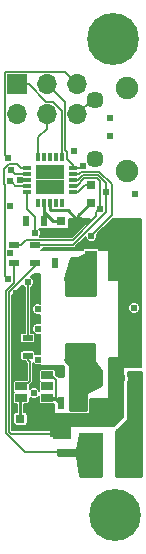
<source format=gbl>
G04 #@! TF.FileFunction,Copper,L4,Bot,Signal*
%FSLAX46Y46*%
G04 Gerber Fmt 4.6, Leading zero omitted, Abs format (unit mm)*
G04 Created by KiCad (PCBNEW 4.0.7) date Wednesday, October 18, 2017 'PMt' 08:17:54 PM*
%MOMM*%
%LPD*%
G01*
G04 APERTURE LIST*
%ADD10C,0.150000*%
%ADD11C,4.400000*%
%ADD12R,1.700000X1.700000*%
%ADD13O,1.700000X1.700000*%
%ADD14R,1.000000X1.600000*%
%ADD15R,0.800000X0.750000*%
%ADD16R,0.900000X1.200000*%
%ADD17C,1.450000*%
%ADD18C,1.899920*%
%ADD19R,2.400000X1.500000*%
%ADD20R,0.500000X1.000000*%
%ADD21R,0.500000X0.900000*%
%ADD22R,0.900000X0.500000*%
%ADD23R,0.730000X0.300000*%
%ADD24R,0.300000X0.730000*%
%ADD25R,1.250000X1.250000*%
%ADD26R,1.060000X0.650000*%
%ADD27R,0.750000X0.800000*%
%ADD28R,2.000000X3.800000*%
%ADD29C,0.609600*%
%ADD30C,0.127000*%
%ADD31C,0.254000*%
%ADD32C,0.203200*%
G04 APERTURE END LIST*
D10*
D11*
X133350000Y-116586000D03*
D12*
X125095000Y-80137000D03*
D13*
X125095000Y-82677000D03*
X127635000Y-80137000D03*
X127635000Y-82677000D03*
X130175000Y-80137000D03*
X130175000Y-82677000D03*
D14*
X131342000Y-94996000D03*
X134342000Y-94996000D03*
X135001000Y-107569000D03*
X132001000Y-107569000D03*
D15*
X128778000Y-91694000D03*
X130278000Y-91694000D03*
X125373000Y-108458000D03*
X126873000Y-108458000D03*
D16*
X135127000Y-105029000D03*
X131827000Y-105029000D03*
D17*
X131655663Y-86451407D03*
X131655663Y-81451407D03*
D18*
X134355663Y-87451407D03*
X134355663Y-80451407D03*
D19*
X130413606Y-102780738D03*
X130413606Y-97280738D03*
D20*
X130744000Y-104466000D03*
X130744000Y-107116000D03*
X129794000Y-104466000D03*
X129794000Y-107116000D03*
X128844000Y-104466000D03*
X128844000Y-107116000D03*
D21*
X125881000Y-91694000D03*
X127381000Y-91694000D03*
D22*
X128905000Y-111252000D03*
X128905000Y-109752000D03*
X125984000Y-101612000D03*
X125984000Y-103112000D03*
D21*
X128294000Y-95250000D03*
X129794000Y-95250000D03*
D23*
X129844000Y-87224200D03*
X129844000Y-87724200D03*
X129844000Y-88224200D03*
X129844000Y-88724200D03*
X129844000Y-89224200D03*
D24*
X128879000Y-90189200D03*
X128379000Y-90189200D03*
X127879000Y-90189200D03*
X127379000Y-90189200D03*
X126879000Y-90189200D03*
D23*
X125914000Y-89224200D03*
X125914000Y-88724200D03*
X125914000Y-88224200D03*
X125914000Y-87724200D03*
X125914000Y-87224200D03*
D24*
X126879000Y-86259200D03*
X127379000Y-86259200D03*
X127879000Y-86259200D03*
X128379000Y-86259200D03*
X128879000Y-86259200D03*
D25*
X127254000Y-88849200D03*
X127254000Y-87599200D03*
X128504000Y-88849200D03*
X128504000Y-87599200D03*
D26*
X125448985Y-106657519D03*
X125448985Y-105707519D03*
X125448985Y-104757519D03*
X127648985Y-104757519D03*
X127648985Y-106657519D03*
X127648985Y-105707519D03*
D22*
X124841000Y-93738000D03*
X124841000Y-95238000D03*
X126619000Y-93738000D03*
X126619000Y-95238000D03*
D27*
X131318000Y-90158000D03*
X131318000Y-88658000D03*
D28*
X134366000Y-111506000D03*
X131318000Y-111506000D03*
D11*
X133223000Y-76327000D03*
D29*
X127263367Y-88884834D03*
X127263367Y-87595849D03*
X128528915Y-87619285D03*
X128528915Y-88849680D03*
X129862490Y-85794952D03*
X135001000Y-99060000D03*
X126873000Y-99187000D03*
X126858953Y-100827831D03*
X124523511Y-94419812D03*
X124523511Y-90402000D03*
X135091000Y-89386000D03*
X135091000Y-92986000D03*
X133350000Y-94754700D03*
X130278000Y-91694000D03*
X133985000Y-105029000D03*
X126873000Y-108839000D03*
X124968000Y-97802000D03*
X126873000Y-97687000D03*
X128844000Y-104466000D03*
X128143000Y-109728000D03*
X128905000Y-109220000D03*
X128905000Y-109752000D03*
X132001000Y-107569000D03*
X125448985Y-104757519D03*
X132984063Y-84514607D03*
X132984063Y-82990607D03*
X135128000Y-107569000D03*
X128294000Y-95250000D03*
X126492000Y-106299000D03*
X128778000Y-91694000D03*
X127381000Y-91694000D03*
X125095000Y-82677000D03*
X126858953Y-103447831D03*
X125448985Y-106657519D03*
X126619000Y-92748100D03*
X130644528Y-87013368D03*
X125296101Y-88224195D03*
X124311738Y-86351516D03*
X125881000Y-91694000D03*
X124492261Y-88281444D03*
X124611997Y-87411050D03*
X131374011Y-92969426D03*
X124333000Y-96647000D03*
X125984000Y-96901000D03*
X132106450Y-90682583D03*
X132606626Y-89281000D03*
D30*
X127281356Y-87613838D02*
X127263367Y-87595849D01*
X127379000Y-87613838D02*
X127281356Y-87613838D01*
X128507164Y-87597534D02*
X128528915Y-87619285D01*
X128379000Y-87597534D02*
X128507164Y-87597534D01*
X128143000Y-109728000D02*
X124552048Y-109728000D01*
X124552048Y-109728000D02*
X124388580Y-109564532D01*
X124388580Y-109564532D02*
X124388580Y-97761836D01*
X124388580Y-97761836D02*
X126619000Y-95531416D01*
X126619000Y-95531416D02*
X126619000Y-95238000D01*
D31*
X130278000Y-91694000D02*
X130278000Y-91198000D01*
X130278000Y-91198000D02*
X131318000Y-90158000D01*
X130278000Y-91694000D02*
X130253000Y-91694000D01*
X130253000Y-91694000D02*
X129367210Y-90808210D01*
X129367210Y-90808210D02*
X127879010Y-90808210D01*
X127879010Y-90808210D02*
X127879000Y-90808200D01*
X127879000Y-90808200D02*
X127879000Y-90189200D01*
D30*
X130175000Y-82677000D02*
X131400593Y-81451407D01*
X131400593Y-81451407D02*
X131655663Y-81451407D01*
D31*
X126873000Y-108458000D02*
X126873000Y-108839000D01*
X128905000Y-109752000D02*
X128167000Y-109752000D01*
X128167000Y-109752000D02*
X128143000Y-109728000D01*
X128905000Y-109752000D02*
X128905000Y-109220000D01*
X128778000Y-91694000D02*
X128124000Y-91694000D01*
X128124000Y-91694000D02*
X127379000Y-90949000D01*
X127379000Y-90949000D02*
X127379000Y-90189200D01*
X127381000Y-91694000D02*
X127381000Y-90191200D01*
X127381000Y-90191200D02*
X127379000Y-90189200D01*
X125373000Y-108458000D02*
X125373000Y-106733504D01*
X125373000Y-106733504D02*
X125448985Y-106657519D01*
D30*
X125914000Y-89224200D02*
X125914000Y-90684098D01*
X125914000Y-90684098D02*
X126619000Y-91389098D01*
X126619000Y-91389098D02*
X126619000Y-92748100D01*
X125095000Y-80137000D02*
X126072000Y-80137000D01*
X126072000Y-80137000D02*
X127571499Y-81636499D01*
X127571499Y-81636499D02*
X128134441Y-81636499D01*
X128134441Y-81636499D02*
X128879000Y-82381058D01*
X128879000Y-82381058D02*
X128879000Y-86259200D01*
X130433696Y-87224200D02*
X130644528Y-87013368D01*
X129844000Y-87224200D02*
X130433696Y-87224200D01*
X129844000Y-86947200D02*
X129844000Y-87224200D01*
X127635000Y-80137000D02*
X129134499Y-81636499D01*
X129134499Y-81636499D02*
X129134499Y-85703699D01*
X129134499Y-85703699D02*
X129315344Y-85884544D01*
X129315344Y-85884544D02*
X129315344Y-86418544D01*
X129315344Y-86418544D02*
X129844000Y-86947200D01*
X127635000Y-82677000D02*
X127635000Y-83879081D01*
X127635000Y-83879081D02*
X126879000Y-84635081D01*
X126879000Y-84635081D02*
X126879000Y-86259200D01*
X125914000Y-88224200D02*
X125296106Y-88224200D01*
X125296106Y-88224200D02*
X125296101Y-88224195D01*
X124083139Y-86122917D02*
X124311738Y-86351516D01*
X124053317Y-86093095D02*
X124083139Y-86122917D01*
X124053317Y-79135781D02*
X124053317Y-86093095D01*
X129134499Y-79096499D02*
X124092599Y-79096499D01*
X124092599Y-79096499D02*
X124053317Y-79135781D01*
X130175000Y-80137000D02*
X129134499Y-79096499D01*
X125857000Y-91718000D02*
X125881000Y-91694000D01*
X124841000Y-95615000D02*
X124841000Y-95238000D01*
X124841000Y-96950192D02*
X124841000Y-95615000D01*
X124134569Y-97656622D02*
X124841000Y-96950192D01*
X125716824Y-111252000D02*
X124134569Y-109669746D01*
X128905000Y-111252000D02*
X125716824Y-111252000D01*
X124134569Y-109669746D02*
X124134569Y-97656622D01*
D31*
X131064000Y-111252000D02*
X131318000Y-111506000D01*
D32*
X127648985Y-104757519D02*
X127965467Y-104757519D01*
X127965467Y-104757519D02*
X128407586Y-105199638D01*
X128407586Y-105199638D02*
X128407586Y-106632118D01*
X128407586Y-106632118D02*
X128382185Y-106657519D01*
X128382185Y-106657519D02*
X127648985Y-106657519D01*
D31*
X128844000Y-107116000D02*
X128704129Y-107116000D01*
X128704129Y-107116000D02*
X128372648Y-106784519D01*
X128372648Y-106784519D02*
X127521985Y-106784519D01*
D32*
X127648985Y-106657519D02*
X128028386Y-106657519D01*
D30*
X124797060Y-88586243D02*
X124492261Y-88281444D01*
X124935017Y-88724200D02*
X124797060Y-88586243D01*
X125914000Y-88724200D02*
X124935017Y-88724200D01*
X124916796Y-87715849D02*
X124611997Y-87411050D01*
X124925147Y-87724200D02*
X124916796Y-87715849D01*
X125914000Y-87724200D02*
X124925147Y-87724200D01*
X132055831Y-87559481D02*
X133101928Y-88605578D01*
X131678810Y-92664627D02*
X131374011Y-92969426D01*
X130500719Y-87559481D02*
X132055831Y-87559481D01*
X130336000Y-87724200D02*
X130500719Y-87559481D01*
X133101928Y-91241509D02*
X131678810Y-92664627D01*
X133101928Y-88605578D02*
X133101928Y-91241509D01*
X129844000Y-87724200D02*
X130336000Y-87724200D01*
X125113548Y-86915748D02*
X124403222Y-86915748D01*
X125422000Y-87224200D02*
X125113548Y-86915748D01*
X124403222Y-86915748D02*
X123996960Y-87322010D01*
X125914000Y-87224200D02*
X125422000Y-87224200D01*
X124022944Y-96336944D02*
X124028201Y-96342201D01*
X124022944Y-88637281D02*
X124022944Y-96336944D01*
X123996960Y-88611297D02*
X124022944Y-88637281D01*
X124028201Y-96342201D02*
X124333000Y-96647000D01*
X123996960Y-87322010D02*
X123996960Y-88611297D01*
X125984000Y-96901000D02*
X125984000Y-101612000D01*
X125448985Y-105707519D02*
X125696887Y-105707519D01*
X125696887Y-105707519D02*
X126169486Y-105234920D01*
X126169486Y-105234920D02*
X126169486Y-103674486D01*
X126169486Y-103674486D02*
X125984000Y-103489000D01*
X125984000Y-103489000D02*
X125984000Y-103112000D01*
X125448985Y-105707519D02*
X125243985Y-105707519D01*
X132106450Y-90251531D02*
X132106450Y-90682583D01*
X132106450Y-88328548D02*
X132106450Y-90251531D01*
X131845401Y-88067499D02*
X132106450Y-88328548D01*
X130790599Y-88067499D02*
X131845401Y-88067499D01*
X129844000Y-88724200D02*
X130133898Y-88724200D01*
X131801651Y-90987382D02*
X132106450Y-90682583D01*
X125418000Y-93738000D02*
X125868404Y-93287596D01*
X130133898Y-88724200D02*
X130790599Y-88067499D01*
X125868404Y-93287596D02*
X129802306Y-93287596D01*
X124841000Y-93738000D02*
X125418000Y-93738000D01*
X129802306Y-93287596D02*
X131801651Y-91288251D01*
X131801651Y-91288251D02*
X131801651Y-90987382D01*
X132606626Y-90946705D02*
X132606626Y-89712052D01*
X129815331Y-93738000D02*
X132606626Y-90946705D01*
X132606626Y-89712052D02*
X132606626Y-89281000D01*
X126619000Y-93738000D02*
X129815331Y-93738000D01*
X129844000Y-88224200D02*
X130274674Y-88224200D01*
X132606626Y-88849948D02*
X132606626Y-89281000D01*
X130685385Y-87813489D02*
X131950616Y-87813490D01*
X132606626Y-88469500D02*
X132606626Y-88849948D01*
X131950616Y-87813490D02*
X132606626Y-88469500D01*
X130274674Y-88224200D02*
X130685385Y-87813489D01*
X131318000Y-88658000D02*
X130816000Y-88658000D01*
X130816000Y-88658000D02*
X130249800Y-89224200D01*
X130249800Y-89224200D02*
X129844000Y-89224200D01*
G36*
X135572500Y-104076500D02*
X134112000Y-104076500D01*
X134087295Y-104081503D01*
X134066483Y-104095723D01*
X134052843Y-104116920D01*
X134048500Y-104140000D01*
X134048500Y-108304698D01*
X133323698Y-109029500D01*
X129667000Y-109029500D01*
X129642295Y-109034503D01*
X129621483Y-109048723D01*
X129607843Y-109069920D01*
X129603500Y-109093000D01*
X129603500Y-110045500D01*
X128206500Y-110045500D01*
X128206500Y-109474000D01*
X128201497Y-109449295D01*
X128187277Y-109428483D01*
X128166080Y-109414843D01*
X128143000Y-109410500D01*
X124650500Y-109410500D01*
X124650500Y-98070302D01*
X125556768Y-97164034D01*
X125563860Y-97181199D01*
X125703068Y-97320650D01*
X125730000Y-97331833D01*
X125730000Y-101167768D01*
X125534000Y-101167768D01*
X125463405Y-101181051D01*
X125398568Y-101222773D01*
X125355071Y-101286433D01*
X125339768Y-101362000D01*
X125339768Y-101862000D01*
X125353051Y-101932595D01*
X125394773Y-101997432D01*
X125458433Y-102040929D01*
X125534000Y-102056232D01*
X126434000Y-102056232D01*
X126504595Y-102042949D01*
X126569432Y-102001227D01*
X126612929Y-101937567D01*
X126628232Y-101862000D01*
X126628232Y-101362000D01*
X126614949Y-101291405D01*
X126589843Y-101252390D01*
X126759999Y-101323045D01*
X126957042Y-101323217D01*
X127063500Y-101279230D01*
X127063500Y-102996463D01*
X126957907Y-102952617D01*
X126760864Y-102952445D01*
X126628232Y-103007247D01*
X126628232Y-102862000D01*
X126614949Y-102791405D01*
X126573227Y-102726568D01*
X126509567Y-102683071D01*
X126434000Y-102667768D01*
X125534000Y-102667768D01*
X125463405Y-102681051D01*
X125398568Y-102722773D01*
X125355071Y-102786433D01*
X125339768Y-102862000D01*
X125339768Y-103362000D01*
X125353051Y-103432595D01*
X125394773Y-103497432D01*
X125458433Y-103540929D01*
X125534000Y-103556232D01*
X125743373Y-103556232D01*
X125749335Y-103586202D01*
X125802768Y-103666170D01*
X125804395Y-103668605D01*
X125915486Y-103779696D01*
X125915486Y-105129710D01*
X125856909Y-105188287D01*
X124918985Y-105188287D01*
X124848390Y-105201570D01*
X124783553Y-105243292D01*
X124740056Y-105306952D01*
X124724753Y-105382519D01*
X124724753Y-106032519D01*
X124738036Y-106103114D01*
X124779758Y-106167951D01*
X124800699Y-106182259D01*
X124783553Y-106193292D01*
X124740056Y-106256952D01*
X124724753Y-106332519D01*
X124724753Y-106982519D01*
X124738036Y-107053114D01*
X124779758Y-107117951D01*
X124843418Y-107161448D01*
X124918985Y-107176751D01*
X125055500Y-107176751D01*
X125055500Y-107888768D01*
X124973000Y-107888768D01*
X124902405Y-107902051D01*
X124837568Y-107943773D01*
X124794071Y-108007433D01*
X124778768Y-108083000D01*
X124778768Y-108833000D01*
X124792051Y-108903595D01*
X124833773Y-108968432D01*
X124897433Y-109011929D01*
X124973000Y-109027232D01*
X125773000Y-109027232D01*
X125843595Y-109013949D01*
X125908432Y-108972227D01*
X125951929Y-108908567D01*
X125967232Y-108833000D01*
X125967232Y-108083000D01*
X125953949Y-108012405D01*
X125912227Y-107947568D01*
X125848567Y-107904071D01*
X125773000Y-107888768D01*
X125690500Y-107888768D01*
X125690500Y-107176751D01*
X125978985Y-107176751D01*
X126049580Y-107163468D01*
X126114417Y-107121746D01*
X126157914Y-107058086D01*
X126173217Y-106982519D01*
X126173217Y-106680733D01*
X126211068Y-106718650D01*
X126393046Y-106794214D01*
X126590089Y-106794386D01*
X126772199Y-106719140D01*
X126911650Y-106579932D01*
X126924753Y-106548377D01*
X126924753Y-106982519D01*
X126938036Y-107053114D01*
X126979758Y-107117951D01*
X127043418Y-107161448D01*
X127118985Y-107176751D01*
X128178985Y-107176751D01*
X128206500Y-107171574D01*
X128206500Y-107950000D01*
X128211503Y-107974705D01*
X128225723Y-107995517D01*
X128246920Y-108009157D01*
X128270000Y-108013500D01*
X131191000Y-108013500D01*
X131215705Y-108008497D01*
X131236517Y-107994277D01*
X131250157Y-107973080D01*
X131254500Y-107950000D01*
X131254500Y-106743500D01*
X132842000Y-106743500D01*
X132866705Y-106738497D01*
X132887517Y-106724277D01*
X132901157Y-106703080D01*
X132905500Y-106680000D01*
X132905500Y-103345438D01*
X133639406Y-103345438D01*
X133662486Y-103341095D01*
X133683683Y-103327455D01*
X133697903Y-103306643D01*
X133702906Y-103281938D01*
X133702906Y-99158089D01*
X134505614Y-99158089D01*
X134580860Y-99340199D01*
X134720068Y-99479650D01*
X134902046Y-99555214D01*
X135099089Y-99555386D01*
X135281199Y-99480140D01*
X135420650Y-99340932D01*
X135496214Y-99158954D01*
X135496386Y-98961911D01*
X135421140Y-98779801D01*
X135281932Y-98640350D01*
X135099954Y-98564786D01*
X134902911Y-98564614D01*
X134720801Y-98639860D01*
X134581350Y-98779068D01*
X134505786Y-98961046D01*
X134505614Y-99158089D01*
X133702906Y-99158089D01*
X133702906Y-96728738D01*
X133698563Y-96705658D01*
X133684923Y-96684461D01*
X133664111Y-96670241D01*
X133639406Y-96665238D01*
X132905500Y-96665238D01*
X132905500Y-94234000D01*
X132900497Y-94209295D01*
X132886277Y-94188483D01*
X132865080Y-94174843D01*
X132842000Y-94170500D01*
X132031434Y-94170500D01*
X132022949Y-94125405D01*
X131981227Y-94060568D01*
X131917567Y-94017071D01*
X131842000Y-94001768D01*
X130842000Y-94001768D01*
X130771405Y-94015051D01*
X130706568Y-94056773D01*
X130663071Y-94120433D01*
X130652932Y-94170500D01*
X127131352Y-94170500D01*
X127139595Y-94168949D01*
X127204432Y-94127227D01*
X127247929Y-94063567D01*
X127262422Y-93992000D01*
X129815331Y-93992000D01*
X129912533Y-93972665D01*
X129994936Y-93917605D01*
X130878654Y-93033887D01*
X130878625Y-93067515D01*
X130953871Y-93249625D01*
X131093079Y-93389076D01*
X131275057Y-93464640D01*
X131472100Y-93464812D01*
X131654210Y-93389566D01*
X131793661Y-93250358D01*
X131869225Y-93068380D01*
X131869397Y-92871337D01*
X131858261Y-92844386D01*
X133199147Y-91503500D01*
X135572500Y-91503500D01*
X135572500Y-104076500D01*
X135572500Y-104076500D01*
G37*
X135572500Y-104076500D02*
X134112000Y-104076500D01*
X134087295Y-104081503D01*
X134066483Y-104095723D01*
X134052843Y-104116920D01*
X134048500Y-104140000D01*
X134048500Y-108304698D01*
X133323698Y-109029500D01*
X129667000Y-109029500D01*
X129642295Y-109034503D01*
X129621483Y-109048723D01*
X129607843Y-109069920D01*
X129603500Y-109093000D01*
X129603500Y-110045500D01*
X128206500Y-110045500D01*
X128206500Y-109474000D01*
X128201497Y-109449295D01*
X128187277Y-109428483D01*
X128166080Y-109414843D01*
X128143000Y-109410500D01*
X124650500Y-109410500D01*
X124650500Y-98070302D01*
X125556768Y-97164034D01*
X125563860Y-97181199D01*
X125703068Y-97320650D01*
X125730000Y-97331833D01*
X125730000Y-101167768D01*
X125534000Y-101167768D01*
X125463405Y-101181051D01*
X125398568Y-101222773D01*
X125355071Y-101286433D01*
X125339768Y-101362000D01*
X125339768Y-101862000D01*
X125353051Y-101932595D01*
X125394773Y-101997432D01*
X125458433Y-102040929D01*
X125534000Y-102056232D01*
X126434000Y-102056232D01*
X126504595Y-102042949D01*
X126569432Y-102001227D01*
X126612929Y-101937567D01*
X126628232Y-101862000D01*
X126628232Y-101362000D01*
X126614949Y-101291405D01*
X126589843Y-101252390D01*
X126759999Y-101323045D01*
X126957042Y-101323217D01*
X127063500Y-101279230D01*
X127063500Y-102996463D01*
X126957907Y-102952617D01*
X126760864Y-102952445D01*
X126628232Y-103007247D01*
X126628232Y-102862000D01*
X126614949Y-102791405D01*
X126573227Y-102726568D01*
X126509567Y-102683071D01*
X126434000Y-102667768D01*
X125534000Y-102667768D01*
X125463405Y-102681051D01*
X125398568Y-102722773D01*
X125355071Y-102786433D01*
X125339768Y-102862000D01*
X125339768Y-103362000D01*
X125353051Y-103432595D01*
X125394773Y-103497432D01*
X125458433Y-103540929D01*
X125534000Y-103556232D01*
X125743373Y-103556232D01*
X125749335Y-103586202D01*
X125802768Y-103666170D01*
X125804395Y-103668605D01*
X125915486Y-103779696D01*
X125915486Y-105129710D01*
X125856909Y-105188287D01*
X124918985Y-105188287D01*
X124848390Y-105201570D01*
X124783553Y-105243292D01*
X124740056Y-105306952D01*
X124724753Y-105382519D01*
X124724753Y-106032519D01*
X124738036Y-106103114D01*
X124779758Y-106167951D01*
X124800699Y-106182259D01*
X124783553Y-106193292D01*
X124740056Y-106256952D01*
X124724753Y-106332519D01*
X124724753Y-106982519D01*
X124738036Y-107053114D01*
X124779758Y-107117951D01*
X124843418Y-107161448D01*
X124918985Y-107176751D01*
X125055500Y-107176751D01*
X125055500Y-107888768D01*
X124973000Y-107888768D01*
X124902405Y-107902051D01*
X124837568Y-107943773D01*
X124794071Y-108007433D01*
X124778768Y-108083000D01*
X124778768Y-108833000D01*
X124792051Y-108903595D01*
X124833773Y-108968432D01*
X124897433Y-109011929D01*
X124973000Y-109027232D01*
X125773000Y-109027232D01*
X125843595Y-109013949D01*
X125908432Y-108972227D01*
X125951929Y-108908567D01*
X125967232Y-108833000D01*
X125967232Y-108083000D01*
X125953949Y-108012405D01*
X125912227Y-107947568D01*
X125848567Y-107904071D01*
X125773000Y-107888768D01*
X125690500Y-107888768D01*
X125690500Y-107176751D01*
X125978985Y-107176751D01*
X126049580Y-107163468D01*
X126114417Y-107121746D01*
X126157914Y-107058086D01*
X126173217Y-106982519D01*
X126173217Y-106680733D01*
X126211068Y-106718650D01*
X126393046Y-106794214D01*
X126590089Y-106794386D01*
X126772199Y-106719140D01*
X126911650Y-106579932D01*
X126924753Y-106548377D01*
X126924753Y-106982519D01*
X126938036Y-107053114D01*
X126979758Y-107117951D01*
X127043418Y-107161448D01*
X127118985Y-107176751D01*
X128178985Y-107176751D01*
X128206500Y-107171574D01*
X128206500Y-107950000D01*
X128211503Y-107974705D01*
X128225723Y-107995517D01*
X128246920Y-108009157D01*
X128270000Y-108013500D01*
X131191000Y-108013500D01*
X131215705Y-108008497D01*
X131236517Y-107994277D01*
X131250157Y-107973080D01*
X131254500Y-107950000D01*
X131254500Y-106743500D01*
X132842000Y-106743500D01*
X132866705Y-106738497D01*
X132887517Y-106724277D01*
X132901157Y-106703080D01*
X132905500Y-106680000D01*
X132905500Y-103345438D01*
X133639406Y-103345438D01*
X133662486Y-103341095D01*
X133683683Y-103327455D01*
X133697903Y-103306643D01*
X133702906Y-103281938D01*
X133702906Y-99158089D01*
X134505614Y-99158089D01*
X134580860Y-99340199D01*
X134720068Y-99479650D01*
X134902046Y-99555214D01*
X135099089Y-99555386D01*
X135281199Y-99480140D01*
X135420650Y-99340932D01*
X135496214Y-99158954D01*
X135496386Y-98961911D01*
X135421140Y-98779801D01*
X135281932Y-98640350D01*
X135099954Y-98564786D01*
X134902911Y-98564614D01*
X134720801Y-98639860D01*
X134581350Y-98779068D01*
X134505786Y-98961046D01*
X134505614Y-99158089D01*
X133702906Y-99158089D01*
X133702906Y-96728738D01*
X133698563Y-96705658D01*
X133684923Y-96684461D01*
X133664111Y-96670241D01*
X133639406Y-96665238D01*
X132905500Y-96665238D01*
X132905500Y-94234000D01*
X132900497Y-94209295D01*
X132886277Y-94188483D01*
X132865080Y-94174843D01*
X132842000Y-94170500D01*
X132031434Y-94170500D01*
X132022949Y-94125405D01*
X131981227Y-94060568D01*
X131917567Y-94017071D01*
X131842000Y-94001768D01*
X130842000Y-94001768D01*
X130771405Y-94015051D01*
X130706568Y-94056773D01*
X130663071Y-94120433D01*
X130652932Y-94170500D01*
X127131352Y-94170500D01*
X127139595Y-94168949D01*
X127204432Y-94127227D01*
X127247929Y-94063567D01*
X127262422Y-93992000D01*
X129815331Y-93992000D01*
X129912533Y-93972665D01*
X129994936Y-93917605D01*
X130878654Y-93033887D01*
X130878625Y-93067515D01*
X130953871Y-93249625D01*
X131093079Y-93389076D01*
X131275057Y-93464640D01*
X131472100Y-93464812D01*
X131654210Y-93389566D01*
X131793661Y-93250358D01*
X131869225Y-93068380D01*
X131869397Y-92871337D01*
X131858261Y-92844386D01*
X133199147Y-91503500D01*
X135572500Y-91503500D01*
X135572500Y-104076500D01*
G36*
X126438813Y-103728030D02*
X126578021Y-103867481D01*
X126759999Y-103943045D01*
X126957042Y-103943217D01*
X127065972Y-103898208D01*
X127068503Y-103910705D01*
X127082723Y-103931517D01*
X127103920Y-103945157D01*
X127127000Y-103949500D01*
X129095500Y-103949500D01*
X129095500Y-104838500D01*
X128459540Y-104838500D01*
X128373217Y-104752177D01*
X128373217Y-104432519D01*
X128359934Y-104361924D01*
X128318212Y-104297087D01*
X128254552Y-104253590D01*
X128178985Y-104238287D01*
X127118985Y-104238287D01*
X127048390Y-104251570D01*
X126983553Y-104293292D01*
X126940056Y-104356952D01*
X126924753Y-104432519D01*
X126924753Y-105082519D01*
X126938036Y-105153114D01*
X126979758Y-105217951D01*
X127000699Y-105232259D01*
X126983553Y-105243292D01*
X126940056Y-105306952D01*
X126924753Y-105382519D01*
X126924753Y-106032519D01*
X126930560Y-106063381D01*
X126912140Y-106018801D01*
X126772932Y-105879350D01*
X126590954Y-105803786D01*
X126393911Y-105803614D01*
X126211801Y-105878860D01*
X126173217Y-105917377D01*
X126173217Y-105590399D01*
X126349091Y-105414525D01*
X126354664Y-105406184D01*
X126404151Y-105332122D01*
X126423486Y-105234920D01*
X126423486Y-103690936D01*
X126438813Y-103728030D01*
X126438813Y-103728030D01*
G37*
X126438813Y-103728030D02*
X126578021Y-103867481D01*
X126759999Y-103943045D01*
X126957042Y-103943217D01*
X127065972Y-103898208D01*
X127068503Y-103910705D01*
X127082723Y-103931517D01*
X127103920Y-103945157D01*
X127127000Y-103949500D01*
X129095500Y-103949500D01*
X129095500Y-104838500D01*
X128459540Y-104838500D01*
X128373217Y-104752177D01*
X128373217Y-104432519D01*
X128359934Y-104361924D01*
X128318212Y-104297087D01*
X128254552Y-104253590D01*
X128178985Y-104238287D01*
X127118985Y-104238287D01*
X127048390Y-104251570D01*
X126983553Y-104293292D01*
X126940056Y-104356952D01*
X126924753Y-104432519D01*
X126924753Y-105082519D01*
X126938036Y-105153114D01*
X126979758Y-105217951D01*
X127000699Y-105232259D01*
X126983553Y-105243292D01*
X126940056Y-105306952D01*
X126924753Y-105382519D01*
X126924753Y-106032519D01*
X126930560Y-106063381D01*
X126912140Y-106018801D01*
X126772932Y-105879350D01*
X126590954Y-105803786D01*
X126393911Y-105803614D01*
X126211801Y-105878860D01*
X126173217Y-105917377D01*
X126173217Y-105590399D01*
X126349091Y-105414525D01*
X126354664Y-105406184D01*
X126404151Y-105332122D01*
X126423486Y-105234920D01*
X126423486Y-103690936D01*
X126438813Y-103728030D01*
G36*
X127063500Y-98729799D02*
X126971954Y-98691786D01*
X126774911Y-98691614D01*
X126592801Y-98766860D01*
X126453350Y-98906068D01*
X126377786Y-99088046D01*
X126377614Y-99285089D01*
X126452860Y-99467199D01*
X126592068Y-99606650D01*
X126774046Y-99682214D01*
X126971089Y-99682386D01*
X127063500Y-99644203D01*
X127063500Y-100376463D01*
X126957907Y-100332617D01*
X126760864Y-100332445D01*
X126578754Y-100407691D01*
X126439303Y-100546899D01*
X126363739Y-100728877D01*
X126363567Y-100925920D01*
X126438813Y-101108030D01*
X126522640Y-101192004D01*
X126509567Y-101183071D01*
X126434000Y-101167768D01*
X126238000Y-101167768D01*
X126238000Y-97331965D01*
X126264199Y-97321140D01*
X126403650Y-97181932D01*
X126479214Y-96999954D01*
X126479386Y-96802911D01*
X126404140Y-96620801D01*
X126264932Y-96481350D01*
X126246928Y-96473874D01*
X126518302Y-96202500D01*
X127063500Y-96202500D01*
X127063500Y-98729799D01*
X127063500Y-98729799D01*
G37*
X127063500Y-98729799D02*
X126971954Y-98691786D01*
X126774911Y-98691614D01*
X126592801Y-98766860D01*
X126453350Y-98906068D01*
X126377786Y-99088046D01*
X126377614Y-99285089D01*
X126452860Y-99467199D01*
X126592068Y-99606650D01*
X126774046Y-99682214D01*
X126971089Y-99682386D01*
X127063500Y-99644203D01*
X127063500Y-100376463D01*
X126957907Y-100332617D01*
X126760864Y-100332445D01*
X126578754Y-100407691D01*
X126439303Y-100546899D01*
X126363739Y-100728877D01*
X126363567Y-100925920D01*
X126438813Y-101108030D01*
X126522640Y-101192004D01*
X126509567Y-101183071D01*
X126434000Y-101167768D01*
X126238000Y-101167768D01*
X126238000Y-97331965D01*
X126264199Y-97321140D01*
X126403650Y-97181932D01*
X126479214Y-96999954D01*
X126479386Y-96802911D01*
X126404140Y-96620801D01*
X126264932Y-96481350D01*
X126246928Y-96473874D01*
X126518302Y-96202500D01*
X127063500Y-96202500D01*
X127063500Y-98729799D01*
G36*
X129697096Y-93033596D02*
X127034078Y-93033596D01*
X127038650Y-93029032D01*
X127114214Y-92847054D01*
X127114386Y-92650011D01*
X127039140Y-92467901D01*
X126963870Y-92392500D01*
X129413000Y-92392500D01*
X129437705Y-92387497D01*
X129458517Y-92373277D01*
X129472157Y-92352080D01*
X129476500Y-92329000D01*
X129476500Y-91503500D01*
X131227192Y-91503500D01*
X129697096Y-93033596D01*
X129697096Y-93033596D01*
G37*
X129697096Y-93033596D02*
X127034078Y-93033596D01*
X127038650Y-93029032D01*
X127114214Y-92847054D01*
X127114386Y-92650011D01*
X127039140Y-92467901D01*
X126963870Y-92392500D01*
X129413000Y-92392500D01*
X129437705Y-92387497D01*
X129458517Y-92373277D01*
X129472157Y-92352080D01*
X129476500Y-92329000D01*
X129476500Y-91503500D01*
X131227192Y-91503500D01*
X129697096Y-93033596D01*
D31*
G36*
X131699000Y-97973338D02*
X129194406Y-97973338D01*
X129194406Y-96779538D01*
X129185721Y-96733379D01*
X129159000Y-96691854D01*
X129159000Y-96537789D01*
X129635797Y-94869000D01*
X130175000Y-94869000D01*
X130231796Y-94855592D01*
X130712980Y-94615000D01*
X131699000Y-94615000D01*
X131699000Y-97973338D01*
X131699000Y-97973338D01*
G37*
X131699000Y-97973338D02*
X129194406Y-97973338D01*
X129194406Y-96779538D01*
X129185721Y-96733379D01*
X129159000Y-96691854D01*
X129159000Y-96537789D01*
X129635797Y-94869000D01*
X130175000Y-94869000D01*
X130231796Y-94855592D01*
X130712980Y-94615000D01*
X131699000Y-94615000D01*
X131699000Y-97973338D01*
G36*
X131572000Y-103505000D02*
X131582006Y-103554410D01*
X131595656Y-103578817D01*
X132207000Y-104434699D01*
X132207000Y-105585510D01*
X131007204Y-106185408D01*
X130967485Y-106216454D01*
X130942974Y-106260507D01*
X130937000Y-106299000D01*
X130937000Y-107696000D01*
X129540000Y-107696000D01*
X129540000Y-103886000D01*
X129529994Y-103836590D01*
X129502803Y-103796197D01*
X129159000Y-103452394D01*
X129159000Y-103368522D01*
X129184400Y-103331348D01*
X129194406Y-103281938D01*
X129194406Y-102108000D01*
X131572000Y-102108000D01*
X131572000Y-103505000D01*
X131572000Y-103505000D01*
G37*
X131572000Y-103505000D02*
X131582006Y-103554410D01*
X131595656Y-103578817D01*
X132207000Y-104434699D01*
X132207000Y-105585510D01*
X131007204Y-106185408D01*
X130967485Y-106216454D01*
X130942974Y-106260507D01*
X130937000Y-106299000D01*
X130937000Y-107696000D01*
X129540000Y-107696000D01*
X129540000Y-103886000D01*
X129529994Y-103836590D01*
X129502803Y-103796197D01*
X129159000Y-103452394D01*
X129159000Y-103368522D01*
X129184400Y-103331348D01*
X129194406Y-103281938D01*
X129194406Y-102108000D01*
X131572000Y-102108000D01*
X131572000Y-103505000D01*
G36*
X135586000Y-113284000D02*
X133477000Y-113284000D01*
X133477000Y-109526606D01*
X134455803Y-108547803D01*
X134483666Y-108505789D01*
X134493000Y-108458000D01*
X134493000Y-105262747D01*
X134543703Y-105140640D01*
X134543897Y-104918335D01*
X134493000Y-104795155D01*
X134493000Y-104521000D01*
X135586000Y-104521000D01*
X135586000Y-113284000D01*
X135586000Y-113284000D01*
G37*
X135586000Y-113284000D02*
X133477000Y-113284000D01*
X133477000Y-109526606D01*
X134455803Y-108547803D01*
X134483666Y-108505789D01*
X134493000Y-108458000D01*
X134493000Y-105262747D01*
X134543703Y-105140640D01*
X134543897Y-104918335D01*
X134493000Y-104795155D01*
X134493000Y-104521000D01*
X135586000Y-104521000D01*
X135586000Y-113284000D01*
G36*
X132207000Y-113284000D02*
X130412147Y-113284000D01*
X130173724Y-111615039D01*
X130156831Y-111567541D01*
X130122789Y-111530357D01*
X130076963Y-111509347D01*
X130048000Y-111506000D01*
X128524000Y-111506000D01*
X128524000Y-111125000D01*
X130048000Y-111125000D01*
X130097410Y-111114994D01*
X130139035Y-111086553D01*
X130172951Y-111020718D01*
X130407991Y-109728000D01*
X132207000Y-109728000D01*
X132207000Y-113284000D01*
X132207000Y-113284000D01*
G37*
X132207000Y-113284000D02*
X130412147Y-113284000D01*
X130173724Y-111615039D01*
X130156831Y-111567541D01*
X130122789Y-111530357D01*
X130076963Y-111509347D01*
X130048000Y-111506000D01*
X128524000Y-111506000D01*
X128524000Y-111125000D01*
X130048000Y-111125000D01*
X130097410Y-111114994D01*
X130139035Y-111086553D01*
X130172951Y-111020718D01*
X130407991Y-109728000D01*
X132207000Y-109728000D01*
X132207000Y-113284000D01*
M02*

</source>
